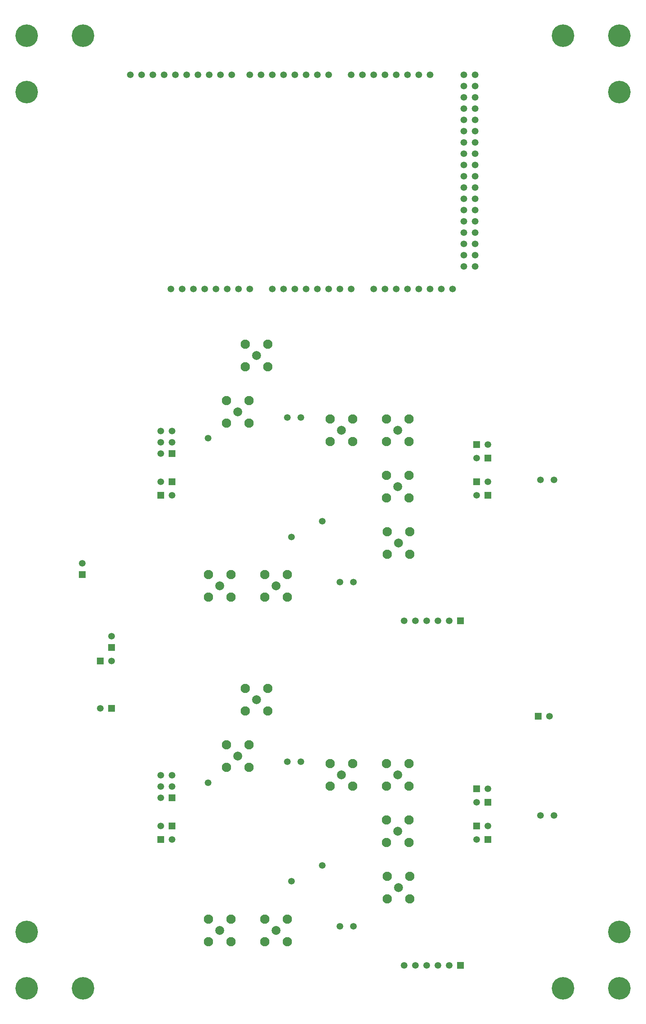
<source format=gbr>
%FSTAX23Y23*%
%MOIN*%
%SFA1B1*%

%IPPOS*%
%ADD56C,0.200000*%
%ADD57C,0.059055*%
%ADD58C,0.082677*%
%ADD59R,0.059055X0.059055*%
%ADD60C,0.078740*%
%ADD61R,0.059055X0.059055*%
%LNcfd_2channel_pads_bot-1*%
%LPD*%
G54D56*
X0491Y0015D03*
X0541Y0065D03*
Y081D03*
X0491Y086D03*
X0065Y0015D03*
X0015Y0065D03*
Y081D03*
X0065Y086D03*
X0015D03*
Y0015D03*
X0541Y086D03*
Y0015D03*
G54D57*
X0471Y0466D03*
X02465Y05215D03*
Y0216D03*
X0471Y01685D03*
X0293Y03755D03*
Y007D03*
X00645Y0392D03*
X0413Y06555D03*
X0403D03*
X0203Y06355D03*
X0193D03*
X0137Y08255D03*
X0483Y0466D03*
X0134Y04895D03*
X0144Y04995D03*
X0134D03*
X0144Y05095D03*
X0134D03*
Y0184D03*
X0144Y0194D03*
X0134D03*
X0144Y0204D03*
X0134D03*
X02585Y0216D03*
X0305Y007D03*
X0176Y01975D03*
X039Y00355D03*
X038D03*
X037D03*
X036D03*
X035D03*
X025Y011D03*
X02775Y0124D03*
X0134Y0159D03*
X0144Y0147D03*
X04245Y0192D03*
X04145Y018D03*
X04245Y0159D03*
X04145Y0147D03*
X02775Y04295D03*
X0176Y0503D03*
X04245Y04645D03*
X04145Y04525D03*
X04245Y04975D03*
X04145Y04855D03*
X0134Y04645D03*
X0144Y04525D03*
X025Y04155D03*
X039Y0341D03*
X038D03*
X037D03*
X036D03*
X035D03*
X0305Y03755D03*
X02585Y05215D03*
X0479Y02565D03*
X00805Y02635D03*
X00905Y03055D03*
Y03275D03*
X0483Y01685D03*
X0243Y06355D03*
X0263D03*
X0253D03*
X0283D03*
X0273D03*
X0303D03*
X0293D03*
X0233D03*
X0413Y06655D03*
X0403D03*
X0413Y06955D03*
Y06855D03*
Y06755D03*
Y07055D03*
X0403Y06955D03*
Y06855D03*
Y06755D03*
Y07055D03*
X0413Y07455D03*
Y07355D03*
X0403D03*
X0413Y07255D03*
X0403D03*
X0413Y07155D03*
X0403D03*
Y07455D03*
X0413Y07755D03*
Y07655D03*
Y07555D03*
Y07855D03*
X0403Y07755D03*
Y07655D03*
Y07555D03*
Y07855D03*
X0313Y08255D03*
X0333D03*
X0323D03*
X0353D03*
X0343D03*
X0373D03*
X0363D03*
X0303D03*
X0223D03*
X0243D03*
X0233D03*
X0263D03*
X0253D03*
X0283D03*
X0273D03*
X0157D03*
X0147D03*
X0177D03*
X0167D03*
X0117D03*
X0107D03*
X0127D03*
X0197D03*
X0187D03*
X0213D03*
X0413D03*
Y08155D03*
X0403D03*
X0413Y08055D03*
X0403D03*
X0413Y07955D03*
X0403D03*
Y08255D03*
X0333Y06355D03*
X0353D03*
X0343D03*
X0373D03*
X0363D03*
X0393D03*
X0383D03*
X0323D03*
X0153D03*
X0173D03*
X0163D03*
X0183D03*
X0213D03*
X0143D03*
G54D58*
X03545Y052D03*
X03345D03*
X03545Y05D03*
X03345Y047D03*
Y05D03*
X03545Y045D03*
Y047D03*
X0355Y042D03*
X0335D03*
X03345Y045D03*
X0355Y04D03*
X0335D03*
X02845Y052D03*
X0229Y05665D03*
Y05865D03*
X03045Y052D03*
Y05D03*
X02845D03*
X02125Y05165D03*
Y05365D03*
X02465Y0362D03*
Y0382D03*
X02265Y0362D03*
Y0382D03*
X03545Y01645D03*
Y01945D03*
X0355Y01145D03*
Y00945D03*
X03545Y02145D03*
X03345Y01645D03*
Y01945D03*
X03545Y01445D03*
X0335Y01145D03*
X03345Y01445D03*
Y02145D03*
X0335Y00945D03*
X02845Y02145D03*
X0229Y0261D03*
Y0281D03*
X03045Y02145D03*
Y01945D03*
X02845D03*
X02125Y0211D03*
Y0231D03*
X02465Y00565D03*
Y00765D03*
X02265Y00565D03*
Y00765D03*
X0209Y05865D03*
Y05665D03*
X01925Y05165D03*
Y05365D03*
X0209Y0281D03*
Y0261D03*
X01965Y0382D03*
Y0362D03*
X01925Y0211D03*
Y0231D03*
X01765Y0362D03*
Y0382D03*
X01965Y00765D03*
Y00565D03*
X01765D03*
Y00765D03*
G54D59*
X0144Y04895D03*
Y0184D03*
X00645Y0382D03*
X00905Y03175D03*
G54D60*
X02365Y00665D03*
X02025Y0221D03*
X01865Y00665D03*
X02945Y02045D03*
X0219Y0271D03*
X03445Y02045D03*
X0345Y01045D03*
X03445Y01545D03*
X0345Y041D03*
X03445Y046D03*
X0219Y05765D03*
X03445Y051D03*
X01865Y0372D03*
X02945Y051D03*
X02365Y0372D03*
X02025Y05265D03*
G54D61*
X04Y00355D03*
X0144Y0159D03*
X0134Y0147D03*
X04145Y0192D03*
X04245Y018D03*
X04145Y0159D03*
X04245Y0147D03*
X04145Y04645D03*
X04245Y04525D03*
X04145Y04975D03*
X04245Y04855D03*
X0144Y04645D03*
X0134Y04525D03*
X04Y0341D03*
X0469Y02565D03*
X00905Y02635D03*
X00805Y03055D03*
M02*
</source>
